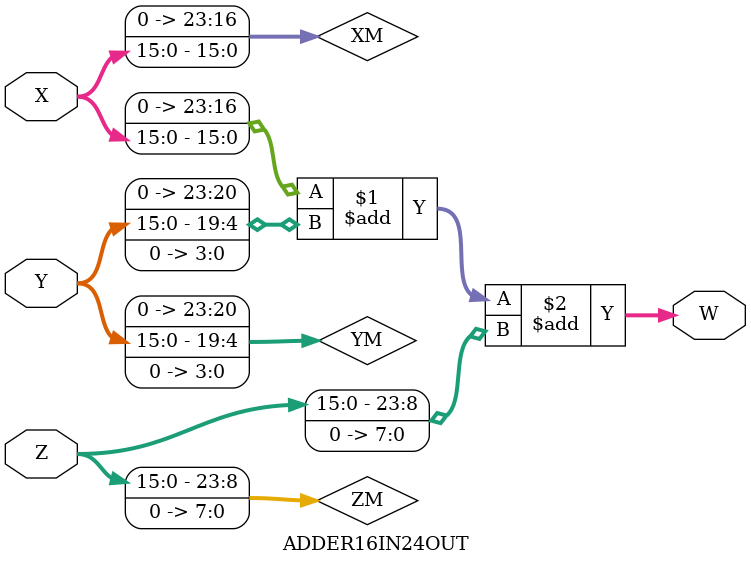
<source format=v>
`timescale 1ns / 1ps


// MODULE FOR ADDER INPUT BIT LENGTH IS16 & OUTPUT BIT LENGTHIS 24

module ADDER16IN24OUT(input [15:0]X, input [15:0]Y, input [15:0]Z,output [23:0]W);
  wire [23:0]XM = { 8'b0,X };
  wire [23:0]YM = { 4'b0,Y,4'b0};
  wire [23:0]ZM = { Z,8'b0};
  assign W = XM + YM + ZM;
endmodule
</source>
